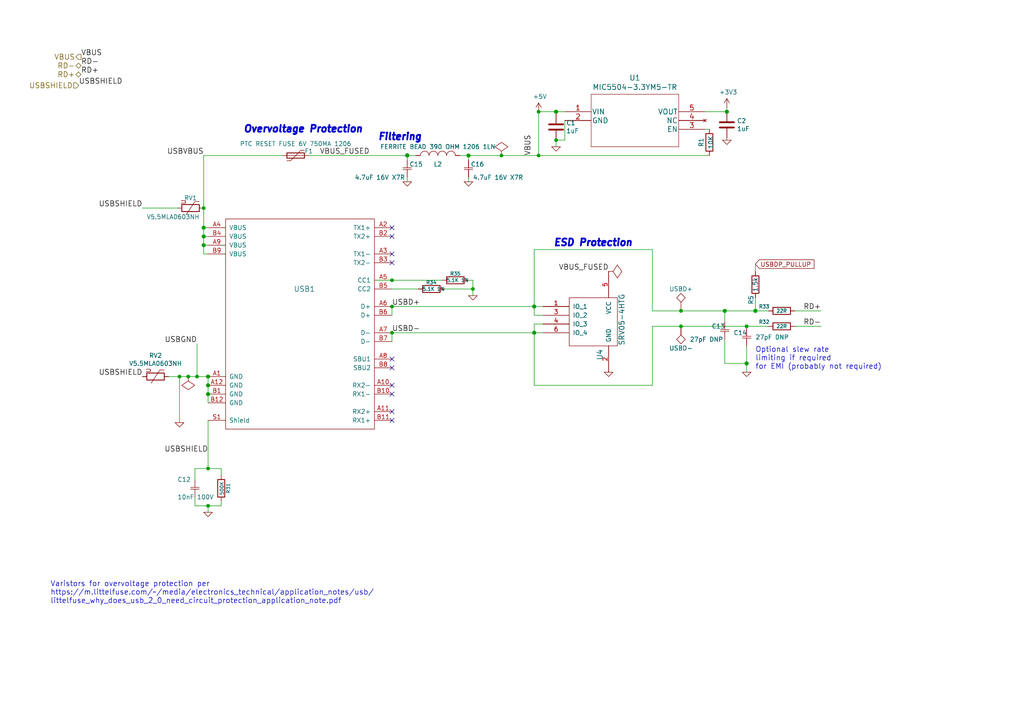
<source format=kicad_sch>
(kicad_sch (version 20211123) (generator eeschema)
  (paper "A4")
  (title_block (date "2018-09-05"))
  (junction (at 113.6904 88.9))
  (junction (at 476.25 190.5) (diameter 1.016))
  (junction (at 52.07 109.22))
  (junction (at 60.3504 135.89))
  (junction (at 197.5104 90.17))
  (junction (at 210.82 32.4104) (diameter 1.016))
  (junction (at 60.3504 109.22) (diameter 1.016))
  (junction (at 59.0804 71.12) (diameter 1.016))
  (junction (at 135.89 45.1104) (diameter 1.016))
  (junction (at 156.21 45.1104))
  (junction (at 216.5604 94.6404))
  (junction (at 60.3504 146.7104))
  (junction (at 465.4804 127) (diameter 1.016))
  (junction (at 161.29 32.4104) (diameter 1.016))
  (junction (at 60.3504 114.3) (diameter 1.016))
  (junction (at 137.16 83.82))
  (junction (at 54.61 109.22))
  (junction (at 113.6904 81.28))
  (junction (at 464.2104 42.5704) (diameter 1.016))
  (junction (at 156.21 32.4104))
  (junction (at 118.11 45.1104) (diameter 1.016))
  (junction (at 59.0804 68.58) (diameter 1.016))
  (junction (at 466.7504 42.5704) (diameter 1.016))
  (junction (at 469.2904 42.5704) (diameter 1.016))
  (junction (at 424.18 50.8))
  (junction (at 464.2104 127) (diameter 1.016))
  (junction (at 216.5604 105.41) (diameter 1.016))
  (junction (at 161.29 40.64))
  (junction (at 60.3504 111.76) (diameter 1.016))
  (junction (at 467.36 203.2) (diameter 1.016))
  (junction (at 118.11 44.958))
  (junction (at 439.42 50.8))
  (junction (at 219.1004 90.17) (diameter 1.016))
  (junction (at 154.94 88.9) (diameter 1.016))
  (junction (at 197.5104 94.6404))
  (junction (at 113.6904 96.52))
  (junction (at 468.0204 190.5) (diameter 1.016))
  (junction (at 59.0804 60.3504))
  (junction (at 466.7504 127) (diameter 1.016))
  (junction (at 210.2104 90.17) (diameter 1.016))
  (junction (at 476.25 203.2) (diameter 1.016))
  (junction (at 145.4404 45.1104))
  (junction (at 485.14 190.5) (diameter 1.016))
  (junction (at 485.14 203.2) (diameter 1.016))
  (junction (at 59.0804 66.04) (diameter 1.016))
  (junction (at 439.42 45.72) (diameter 1.016))
  (junction (at 154.94 96.52) (diameter 1.016))
  (junction (at 57.15 109.22))
  (no_connect (at 113.6904 111.76))
  (no_connect (at 113.6904 121.92))
  (no_connect (at 113.6904 104.14))
  (no_connect (at 113.6904 76.2))
  (no_connect (at 113.6904 119.38))
  (no_connect (at 113.6904 73.66))
  (no_connect (at 113.6904 114.3))
  (no_connect (at 113.6904 68.58))
  (no_connect (at 113.6904 66.04))
  (no_connect (at 113.6904 106.68))
  (wire (pts (xy 581.66 114.3) (xy 598.17 114.3)))
  (wire (pts (xy 494.03 190.5) (xy 494.03 194.31)))
  (wire (pts (xy 197.5104 90.17) (xy 210.2104 90.17)))
  (wire (pts (xy 210.2104 90.17) (xy 210.2104 93.3704)))
  (wire (pts (xy 57.15 99.7204) (xy 57.15 109.22)))
  (wire (pts (xy 205.74 37.4904) (xy 204.47 37.4904)))
  (wire (pts (xy 481.9904 119.38) (xy 490.8804 119.38)))
  (wire (pts (xy 414.02 58.42) (xy 448.9704 58.42)))
  (wire (pts (xy 154.94 96.52) (xy 154.94 93.98)))
  (wire (pts (xy 154.94 96.52) (xy 154.94 111.76)))
  (wire (pts (xy 189.23 94.6404) (xy 189.23 111.76)))
  (wire (pts (xy 189.23 111.76) (xy 154.94 111.76)))
  (wire (pts (xy 197.5104 94.6404) (xy 189.23 94.6404)))
  (wire (pts (xy 471.8304 42.5704) (xy 471.8304 48.26)))
  (wire (pts (xy 210.2104 98.4504) (xy 210.2104 105.41)))
  (wire (pts (xy 414.02 49.53) (xy 414.02 50.8)))
  (wire (pts (xy 64.1604 146.7104) (xy 64.1604 145.4404)))
  (wire (pts (xy 440.0804 109.22) (xy 448.9704 109.22)))
  (wire (pts (xy 466.7504 127) (xy 466.7504 124.46)))
  (wire (pts (xy 439.42 45.72) (xy 434.34 45.72)))
  (wire (pts (xy 448.9704 88.9) (xy 440.69 88.9)))
  (wire (pts (xy 135.89 46.3804) (xy 135.89 45.1104)))
  (wire (pts (xy 238.1504 94.6404) (xy 230.5304 94.6404)))
  (wire (pts (xy 481.9904 101.6) (xy 490.8804 101.6)))
  (wire (pts (xy 161.29 40.64) (xy 161.29 42.5704)))
  (wire (pts (xy 559.4604 27.94) (xy 571.5 27.94)))
  (wire (pts (xy 113.6904 88.9) (xy 154.94 88.9)))
  (wire (pts (xy 216.5604 95.25) (xy 216.5604 94.6404)))
  (wire (pts (xy 59.0804 71.12) (xy 60.3504 71.12)))
  (wire (pts (xy 57.15 109.22) (xy 60.3504 109.22)))
  (wire (pts (xy 439.42 53.34) (xy 448.9704 53.34)))
  (wire (pts (xy 464.2104 48.26) (xy 464.2104 42.5704)))
  (wire (pts (xy 429.26 45.72) (xy 424.18 45.72)))
  (wire (pts (xy 476.25 190.5) (xy 485.14 190.5)))
  (wire (pts (xy 210.82 40.64) (xy 210.82 40.0304)))
  (wire (pts (xy 481.9904 93.98) (xy 490.8804 93.98)))
  (wire (pts (xy 424.18 45.72) (xy 424.18 50.8)))
  (wire (pts (xy 424.18 50.8) (xy 424.18 53.34)))
  (wire (pts (xy 219.1004 78.74) (xy 219.1004 76.6064)))
  (wire (pts (xy 494.03 203.2) (xy 494.03 199.39)))
  (wire (pts (xy 481.9904 83.82) (xy 490.8804 83.82)))
  (polyline (pts (xy 443.8904 185.42) (xy 365.1504 185.42)) (stroke (width 0) (type dash)))
  (wire (pts (xy 465.4804 127) (xy 465.4804 130.2004)))
  (wire (pts (xy 481.9904 114.3) (xy 495.3 114.3)))
  (wire (pts (xy 135.89 51.4604) (xy 135.89 52.7304)))
  (wire (pts (xy 448.9704 119.38) (xy 440.69 119.38)))
  (wire (pts (xy 461.6704 127) (xy 464.2104 127)))
  (polyline (pts (xy 365.1504 185.42) (xy 365.1504 200.66)) (stroke (width 0) (type dash)))
  (wire (pts (xy 108.6104 81.28) (xy 113.6904 81.28)))
  (wire (pts (xy 128.9304 83.82) (xy 137.16 83.82)))
  (wire (pts (xy 430.53 86.36) (xy 432.4604 86.36)))
  (wire (pts (xy 485.14 190.5) (xy 485.14 194.31)))
  (wire (pts (xy 481.9904 96.52) (xy 490.8804 96.52)))
  (wire (pts (xy 56.5404 135.89) (xy 60.3504 135.89)))
  (wire (pts (xy 135.89 81.28) (xy 137.16 81.28)))
  (wire (pts (xy 481.9904 88.9) (xy 490.8804 88.9)))
  (wire (pts (xy 163.83 40.64) (xy 161.29 40.64)))
  (wire (pts (xy 467.36 190.5) (xy 467.36 194.31)))
  (wire (pts (xy 137.16 81.28) (xy 137.16 83.82)))
  (wire (pts (xy 137.16 83.82) (xy 137.16 85.7504)))
  (wire (pts (xy 60.3504 146.7104) (xy 60.3504 148.59)))
  (wire (pts (xy 56.5404 146.7104) (xy 60.3504 146.7104)))
  (wire (pts (xy 204.47 32.4104) (xy 210.82 32.4104)))
  (wire (pts (xy 113.6904 81.28) (xy 128.27 81.28)))
  (wire (pts (xy 448.9704 81.28) (xy 440.69 81.28)))
  (wire (pts (xy 163.83 34.9504) (xy 163.83 40.64)))
  (wire (pts (xy 113.6904 99.06) (xy 113.6904 96.52)))
  (wire (pts (xy 532.7904 27.94) (xy 544.2204 27.94)))
  (wire (pts (xy 161.29 32.4104) (xy 163.83 32.4104)))
  (wire (pts (xy 189.23 90.17) (xy 189.23 72.39)))
  (wire (pts (xy 189.23 72.39) (xy 154.94 72.39)))
  (wire (pts (xy 154.94 72.39) (xy 154.94 88.9)))
  (wire (pts (xy 197.5104 90.17) (xy 189.23 90.17)))
  (wire (pts (xy 485.14 203.2) (xy 494.03 203.2)))
  (wire (pts (xy 490.22 111.76) (xy 481.9904 111.76)))
  (wire (pts (xy 464.2104 127) (xy 465.4804 127)))
  (wire (pts (xy 60.3504 111.76) (xy 60.3504 114.3)))
  (wire (pts (xy 154.94 91.44) (xy 154.94 88.9)))
  (wire (pts (xy 60.3504 109.22) (xy 60.3504 111.76)))
  (wire (pts (xy 59.0804 45.1104) (xy 81.9404 45.1104)))
  (wire (pts (xy 216.5604 105.41) (xy 210.2104 105.41)))
  (wire (pts (xy 439.42 43.18) (xy 439.42 45.72)))
  (wire (pts (xy 145.4404 45.1104) (xy 156.21 45.1104)))
  (wire (pts (xy 230.5304 90.17) (xy 238.1504 90.17)))
  (wire (pts (xy 157.48 91.44) (xy 154.94 91.44)))
  (wire (pts (xy 59.0804 71.12) (xy 59.0804 73.66)))
  (wire (pts (xy 448.9704 99.06) (xy 440.69 99.06)))
  (wire (pts (xy 476.25 190.5) (xy 476.25 194.31)))
  (wire (pts (xy 59.0804 66.04) (xy 59.0804 68.58)))
  (wire (pts (xy 490.22 109.22) (xy 481.9904 109.22)))
  (wire (pts (xy 461.6704 127) (xy 461.6704 124.46)))
  (wire (pts (xy 469.2904 127) (xy 469.2904 124.46)))
  (wire (pts (xy 156.21 32.4104) (xy 161.29 32.4104)))
  (wire (pts (xy 133.35 45.1104) (xy 135.89 45.1104)))
  (wire (pts (xy 440.0804 114.3) (xy 448.9704 114.3)))
  (wire (pts (xy 440.0804 93.98) (xy 448.9704 93.98)))
  (wire (pts (xy 469.2904 42.5704) (xy 471.8304 42.5704)))
  (polyline (pts (xy 365.1504 200.66) (xy 443.8904 200.66)) (stroke (width 0) (type dash)))
  (wire (pts (xy 467.36 203.2) (xy 476.25 203.2)))
  (wire (pts (xy 481.9904 99.06) (xy 490.8804 99.06)))
  (wire (pts (xy 448.9704 96.52) (xy 440.69 96.52)))
  (wire (pts (xy 448.9704 116.84) (xy 440.69 116.84)))
  (wire (pts (xy 59.0804 73.66) (xy 60.3504 73.66)))
  (wire (pts (xy 448.9704 104.14) (xy 440.0804 104.14)))
  (wire (pts (xy 60.3504 135.89) (xy 64.1604 135.89)))
  (wire (pts (xy 466.7504 42.5704) (xy 466.7504 48.26)))
  (wire (pts (xy 465.4804 127) (xy 466.7504 127)))
  (wire (pts (xy 466.7504 42.5704) (xy 464.2104 42.5704)))
  (wire (pts (xy 156.21 32.4104) (xy 156.21 45.1104)))
  (wire (pts (xy 448.9704 63.5) (xy 440.69 63.5)))
  (wire (pts (xy 481.9904 116.84) (xy 495.3 116.84)))
  (wire (pts (xy 64.1604 135.89) (xy 64.1604 137.8204)))
  (wire (pts (xy 468.0204 190.5) (xy 476.25 190.5)))
  (wire (pts (xy 118.11 45.1104) (xy 118.11 46.3804)))
  (wire (pts (xy 466.7504 127) (xy 469.2904 127)))
  (wire (pts (xy 476.25 199.39) (xy 476.25 203.2)))
  (wire (pts (xy 448.9704 101.6) (xy 440.0804 101.6)))
  (wire (pts (xy 481.9904 86.36) (xy 490.8804 86.36)))
  (wire (pts (xy 439.42 53.34) (xy 439.42 50.8)))
  (wire (pts (xy 464.2104 42.5704) (xy 461.6704 42.5704)))
  (wire (pts (xy 210.2104 90.17) (xy 219.1004 90.17)))
  (wire (pts (xy 219.1004 90.17) (xy 222.9104 90.17)))
  (wire (pts (xy 154.94 93.98) (xy 157.48 93.98)))
  (wire (pts (xy 48.9204 109.22) (xy 52.07 109.22)))
  (wire (pts (xy 464.2104 127) (xy 464.2104 124.46)))
  (wire (pts (xy 595.63 109.22) (xy 581.66 109.22)))
  (wire (pts (xy 448.9704 83.82) (xy 440.69 83.82)))
  (wire (pts (xy 56.5404 135.89) (xy 56.5404 139.0904)))
  (wire (pts (xy 118.11 52.7304) (xy 118.11 51.4604)))
  (wire (pts (xy 60.3504 114.3) (xy 60.3504 116.84)))
  (wire (pts (xy 135.89 45.1104) (xy 145.4404 45.1104)))
  (wire (pts (xy 439.42 45.72) (xy 439.42 50.8)))
  (wire (pts (xy 161.29 32.4104) (xy 161.29 33.02)))
  (wire (pts (xy 210.82 32.4104) (xy 210.82 31.1404)))
  (wire (pts (xy 408.94 45.72) (xy 408.94 48.26)))
  (wire (pts (xy 448.9704 66.04) (xy 440.69 66.04)))
  (wire (pts (xy 59.0804 66.04) (xy 60.3504 66.04)))
  (wire (pts (xy 52.07 109.22) (xy 52.07 122.5804)))
  (wire (pts (xy 154.94 96.52) (xy 157.48 96.52)))
  (wire (pts (xy 612.14 120.65) (xy 612.14 116.84)))
  (wire (pts (xy 581.66 116.84) (xy 604.52 116.84)))
  (wire (pts (xy 59.0804 60.3504) (xy 59.0804 45.1104)))
  (wire (pts (xy 59.0804 66.04) (xy 59.0804 60.3504)))
  (wire (pts (xy 60.3504 121.92) (xy 60.3504 135.89)))
  (wire (pts (xy 448.9704 73.66) (xy 440.69 73.66)))
  (wire (pts (xy 205.74 45.1104) (xy 156.21 45.1104)))
  (wire (pts (xy 56.5404 146.7104) (xy 56.5404 144.1704)))
  (wire (pts (xy 59.0804 68.58) (xy 59.0804 71.12)))
  (wire (pts (xy 467.36 190.5) (xy 468.0204 190.5)))
  (wire (pts (xy 481.9904 106.68) (xy 490.8804 106.68)))
  (wire (pts (xy 118.11 44.958) (xy 118.11 45.1104)))
  (wire (pts (xy 60.3504 68.58) (xy 59.0804 68.58)))
  (wire (pts (xy 605.79 111.76) (xy 605.79 114.3)))
  (polyline (pts (xy 443.8904 200.66) (xy 443.8904 185.42)) (stroke (width 0) (type dash)))
  (wire (pts (xy 219.1004 86.36) (xy 219.1004 90.17)))
  (wire (pts (xy 448.9704 86.36) (xy 440.0804 86.36)))
  (wire (pts (xy 121.3104 83.82) (xy 113.6904 83.82)))
  (wire (pts (xy 60.3504 146.7104) (xy 64.1604 146.7104)))
  (wire (pts (xy 481.9904 91.44) (xy 490.8804 91.44)))
  (wire (pts (xy 476.25 203.2) (xy 485.14 203.2)))
  (wire (pts (xy 216.5604 100.33) (xy 216.5604 105.41)))
  (wire (pts (xy 154.94 88.9) (xy 157.48 88.9)))
  (wire (pts (xy 113.6904 96.52) (xy 154.94 96.52)))
  (wire (pts (xy 216.5604 105.41) (xy 216.5604 107.95)))
  (wire (pts (xy 603.25 105.41) (xy 603.25 109.22)))
  (wire (pts (xy 481.9904 104.14) (xy 490.8804 104.14)))
  (wire (pts (xy 485.14 199.39) (xy 485.14 203.2)))
  (wire (pts (xy 466.7504 40.64) (xy 466.7504 42.5704)))
  (wire (pts (xy 54.61 109.22) (xy 57.15 109.22)))
  (wire (pts (xy 52.07 109.22) (xy 54.61 109.22)))
  (wire (pts (xy 440.0804 111.76) (xy 448.9704 111.76)))
  (wire (pts (xy 485.14 190.5) (xy 494.03 190.5)))
  (wire (pts (xy 448.9704 76.2) (xy 440.69 76.2)))
  (wire (pts (xy 113.6904 91.44) (xy 113.6904 88.9)))
  (wire (pts (xy 89.5604 45.1104) (xy 118.11 45.1104)))
  (wire (pts (xy 469.2904 42.5704) (xy 469.2904 48.26)))
  (wire (pts (xy 440.0804 106.68) (xy 448.9704 106.68)))
  (wire (pts (xy 41.3004 60.3504) (xy 51.4604 60.3504)))
  (wire (pts (xy 448.9704 71.12) (xy 440.69 71.12)))
  (wire (pts (xy 467.36 199.39) (xy 467.36 203.2)))
  (wire (pts (xy 197.5104 94.6404) (xy 216.5604 94.6404)))
  (wire (pts (xy 216.5604 94.6404) (xy 222.9104 94.6404)))
  (wire (pts (xy 118.11 45.1104) (xy 120.65 45.1104)))
  (wire (pts (xy 481.9904 81.28) (xy 490.8804 81.28)))
  (wire (pts (xy 467.36 203.2) (xy 467.36 205.74)))
  (wire (pts (xy 461.6704 42.5704) (xy 461.6704 48.26)))
  (wire (pts (xy 448.9704 91.44) (xy 440.69 91.44)))
  (wire (pts (xy 466.7504 42.5704) (xy 469.2904 42.5704)))
  (text "Primary Microcontroller" (at 396.9512 11.0236 0) (effects (font (size 5.0038 5.0038) (thickness 1.0008) bold italic) (justify left bottom)))
  (text "Place close to 2xVCC,\n2x AVCC pins." (at 471.17 209.55 0) (effects (font (size 1.524 1.524)) (justify left bottom)))
  (text "Filtering" (at 109.4994 40.9702 0) (effects (font (size 2 2) (thickness 1.0008) bold italic) (justify left bottom)))
  (text "For a full pin description, please refer to pgs. 38 to 40 in the datasheet: \n  https://www.gigadevice.com/datasheet/gd32f303xxxx-datasheet/\n\nHere you will find each pin definition and peripheral relation.\nNote: Most alternate/primary pin functions have been reserved." (at 367.665 198.12 0) (effects (font (size 1.27 1.27)) (justify left bottom)))
  (text "ESD Protection" (at 183.6674 71.7042 180) (effects (font (size 2 2) (thickness 1.0008) bold italic) (justify right bottom)))
  (text "Device specific\nmatrices" (at 564.515 183.515 0) (effects (font (size 2.9972 2.9972) (thickness 0.5994) bold) (justify left bottom)))
  (text "Overvoltage Protection" (at 70.485 38.735 0) (effects (font (size 2 2) (thickness 1.0008) bold italic) (justify left bottom)))
  (text "Optional slew rate\nlimiting if required\nfor EMI (probably not required)" (at 219.075 107.315 0) (effects (font (size 1.524 1.524)) (justify left bottom)))
  (text "Used for programming bootloader\nbut can still be used as GPIO." (at 427.99 88.265 0) (effects (font (size 1.524 1.524)) (justify right bottom)))
  (text "Varistors for overvoltage protection per\nhttps://m.littelfuse.com/~/media/electronics_technical/application_notes/usb/\nlittelfuse_why_does_usb_2_0_need_circuit_protection_application_note.pdf" (at 14.605 175.26 0) (effects (font (size 1.524 1.524)) (justify left bottom)))
  (text "Wire 0,0 to the main MCU so we can\nuse it to force reprogramming" (at 431.165 120.015 0) (effects (font (size 1.524 1.524)) (justify right bottom)))
  (label "PA8" (at 481.9904 101.6 0))
  (label "~JTRST~" (at 584.2 109.22 0))
  (label "VBUS_FUSED" (at 92.71 45.1104 0) (effects (font (size 1.524 1.524))))
  (label "JTCLK{slash}SWCLK" (at 585.47 116.84 0))
  (label "PB8" (at 448.9704 101.6 180))
  (label "RD+" (at 23.5204 21.59 0) (effects (font (size 1.524 1.524))))
  (label "JTMS{slash}SWDIO" (at 495.3 114.3 180))
  (label "USBVBUS" (at 59.0804 45.1104 180) (effects (font (size 1.524 1.524))))
  (label "JTCLK{slash}SWCLK" (at 495.3 116.84 180))
  (label "JTMS{slash}SWDIO" (at 585.47 114.3 0))
  (label "PB2" (at 448.9704 86.36 180))
  (label "VBUS" (at 23.5204 16.51 0) (effects (font (size 1.524 1.524))))
  (label "USBD+" (at 113.6904 88.9 0) (effects (font (size 1.524 1.524))))
  (label "PB9" (at 448.9704 104.14 180))
  (label "USBGND" (at 57.15 99.7204 180) (effects (font (size 1.524 1.524))))
  (label "PB13" (at 448.9704 114.3 180))
  (label "BOOT0" (at 440.69 58.42 0))
  (label "USBSHIELD" (at 41.3004 109.22 180) (effects (font (size 1.524 1.524))))
  (label "PB10" (at 448.9704 106.68 180))
  (label "USBD-" (at 113.6904 96.52 0) (effects (font (size 1.524 1.524))))
  (label "RD-" (at 238.1504 94.6404 180) (effects (font (size 1.524 1.524))))
  (label "PB12" (at 448.9704 111.76 180))
  (label "RD+" (at 238.1504 90.17 180) (effects (font (size 1.524 1.524))))
  (label "USBSHIELD" (at 60.3504 131.4704 180) (effects (font (size 1.524 1.524))))
  (label "VBUS_FUSED" (at 176.53 78.74 180) (effects (font (size 1.524 1.524))))
  (label "PB11" (at 448.9704 109.22 180))
  (label "USBSHIELD" (at 22.86 24.7904 0) (effects (font (size 1.524 1.524))))
  (label "JTDI" (at 490.8804 119.38 180))
  (label "JTDO" (at 440.69 88.9 0))
  (label "~JTRST~" (at 440.69 91.44 0))
  (label "RESET_MCU" (at 440.69 53.34 0) (effects (font (size 0.9906 0.9906))))
  (label "RD-" (at 23.5204 19.05 0) (effects (font (size 1.524 1.524))))
  (label "USBSHIELD" (at 41.3004 60.3504 180) (effects (font (size 1.524 1.524))))
  (label "PB5" (at 448.9704 93.98 180))
  (label "VBUS" (at 154.3304 45.1104 90) (effects (font (size 1.524 1.524))))
  (label "MOSI" (at 509.9304 27.94 180) (effects (font (size 1.524 1.524))))
  (global_label "ROW1" (shape bidirectional) (at 440.69 116.84 180) (property "Intersheet References" "${INTERSHEET_REFS}" (effects hide)))
  (global_label "ROW2" (shape bidirectional) (at 440.0804 114.3 180) (property "Intersheet References" "${INTERSHEET_REFS}" (effects hide)))
  (global_label "ROW4" (shape bidirectional) (at 440.0804 109.22 180) (property "Intersheet References" "${INTERSHEET_REFS}" (effects hide)))
  (global_label "COL7" (shape bidirectional) (at 490.8804 86.36 0) (property "Intersheet References" "${INTERSHEET_REFS}" (effects hide)))
  (global_label "COL0" (shape bidirectional) (at 440.69 83.82 180) (property "Intersheet References" "${INTERSHEET_REFS}" (effects hide)))
  (global_label "COL11" (shape bidirectional) (at 440.69 63.5 180) (property "Intersheet References" "${INTERSHEET_REFS}" (effects hide)))
  (global_label "ROW5" (shape bidirectional) (at 440.0804 106.68 180) (property "Intersheet References" "${INTERSHEET_REFS}" (effects hide)))
  (global_label "COL8" (shape bidirectional) (at 490.8804 83.82 0) (property "Intersheet References" "${INTERSHEET_REFS}" (effects hide)))
  (global_label "COL6" (shape bidirectional) (at 490.8804 88.9 0) (property "Intersheet References" "${INTERSHEET_REFS}" (effects hide)))
  (global_label "ROW0" (shape bidirectional) (at 440.69 119.38 180) (property "Intersheet References" "${INTERSHEET_REFS}" (effects hide)))
  (global_label "USBDP_PULLUP" (shape input) (at 490.8804 101.6 0) (effects (font (size 1.524 1.524))) (property "Intersheet References" "${INTERSHEET_REFS}" (effects hide)))
  (global_label "COL2" (shape bidirectional) (at 490.8804 99.06 0) (property "Intersheet References" "${INTERSHEET_REFS}" (effects hide)))
  (global_label "COL4" (shape bidirectional) (at 490.8804 93.98 0) (property "Intersheet References" "${INTERSHEET_REFS}" (effects hide)))
  (global_label "COL12" (shape bidirectional) (at 440.69 76.2 180) (property "Intersheet References" "${INTERSHEET_REFS}" (effects hide)))
  (global_label "COL13" (shape bidirectional) (at 440.69 73.66 180) (property "Intersheet References" "${INTERSHEET_REFS}" (effects hide)))
  (global_label "COL16" (shape bidirectional) (at 490.8804 106.68 0) (property "Intersheet References" "${INTERSHEET_REFS}" (effects hide)))
  (global_label "COL9" (shape bidirectional) (at 490.8804 81.28 0) (property "Intersheet References" "${INTERSHEET_REFS}" (effects hide)))
  (global_label "COL17" (shape bidirectional) (at 440.0804 101.6 180) (property "Intersheet References" "${INTERSHEET_REFS}" (effects hide)))
  (global_label "COL20" (shape bidirectional) (at 440.0804 93.98 180) (property "Intersheet References" "${INTERSHEET_REFS}" (effects hide)))
  (global_label "COL10" (shape bidirectional) (at 440.69 66.04 180) (property "Intersheet References" "${INTERSHEET_REFS}" (effects hide)))
  (global_label "COL19" (shape bidirectional) (at 440.69 96.52 180) (property "Intersheet References" "${INTERSHEET_REFS}" (effects hide)))
  (global_label "COL5" (shape bidirectional) (at 490.8804 91.44 0) (property "Intersheet References" "${INTERSHEET_REFS}" (effects hide)))
  (global_label "COL14" (shape bidirectional) (at 440.69 71.12 180) (property "Intersheet References" "${INTERSHEET_REFS}" (effects hide)))
  (global_label "COL15" (shape bidirectional) (at 490.8804 104.14 0) (property "Intersheet References" "${INTERSHEET_REFS}" (effects hide)))
  (global_label "ROW3" (shape bidirectional) (at 440.0804 111.76 180) (property "Intersheet References" "${INTERSHEET_REFS}" (effects hide)))
  (global_label "COL18" (shape bidirectional) (at 440.69 99.06 180) (property "Intersheet References" "${INTERSHEET_REFS}" (effects hide)))
  (global_label "COL21" (shape bidirectional) (at 440.0804 104.14 180) (property "Intersheet References" "${INTERSHEET_REFS}" (effects hide)))
  (global_label "COL3" (shape bidirectional) (at 490.8804 96.52 0) (property "Intersheet References" "${INTERSHEET_REFS}" (effects hide)))
  (global_label "COL1" (shape bidirectional) (at 440.69 81.28 180) (property "Intersheet References" "${INTERSHEET_REFS}" (effects hide)))
  (global_label "USBDP_PULLUP" (shape input) (at 219.1004 76.6064 0) (property "Intersheet References" "${INTERSHEET_REFS}" (effects hide)))
  (hierarchical_label "RD-" (shape bidirectional) (at 23.5204 19.05 180) (effects (font (size 1.524 1.524))))
  (hierarchical_label "RD+" (shape bidirectional) (at 23.5204 21.59 180) (effects (font (size 1.524 1.524))))
  (hierarchical_label "VBUS" (shape output) (at 23.5204 16.51 180) (effects (font (size 1.524 1.524))))
  (hierarchical_label "RD-" (shape bidirectional) (at 490.22 109.22 0) (effects (font (size 1.524 1.524))))
  (hierarchical_label "USBSHIELD" (shape input) (at 22.86 24.7904 180) (effects (font (size 1.524 1.524))))
  (hierarchical_label "RD+" (shape bidirectional) (at 490.22 111.76 0) (effects (font (size 1.524 1.524))))
  (symbol (lib_id "model100-left-rescue:INDUCTOR_SMALL") (at 127 45.1104 0) (unit 1)
    (property "Reference" "L2" (at 127 47.6504 0))
    (property "Value" "FERRITE BEAD 390 OHM 1206 1LN" (at 127 42.5704 0))
    (property "Footprint" "Capacitor_SMD:C_1206_3216Metric" (effects hide))
    (property "Datasheet" "https://www.murata.com/en-us/products/productdata/8796739698718/ENFA0006.pdf" (effects hide))
    (property "DigiKey" "490-5229-2-ND" (effects hide))
    (property "Manufacturer" "Murata" (effects hide))
    (property "Description" "FERRITE CHIP 390 OHM 2000MA 1206" (effects hide))
    (property "MPN" "BLM31PG391SN1L" (effects hide))
  )
  (symbol (lib_id "model100-left-rescue:R") (at 226.7204 94.6404 90) (mirror x) (unit 1)
    (property "Reference" "R32" (at 221.6404 93.3704 90) (effects (font (size 1.016 1.016))))
    (property "Value" "22R" (at 226.7204 94.6404 90) (effects (font (size 1.016 1.016))))
    (property "Footprint" "Resistor_SMD:R_0603_1608Metric" (effects hide))
    (property "Datasheet" "http://www.yageo.com/NewPortal/yageodocoutput?fileName=/pdf/R-Chip/PYu-RC_Group_51_RoHS_L_3.pdf" (effects hide))
    (property "DigiKey" "311-22.0HRTR-ND" (effects hide))
    (property "MPN" "RC0603FR-0722RL" (effects hide))
    (property "Manufacturer" "Yaego" (effects hide))
    (property "Description" "RES SMD 22 OHM 1% 1/10W 0603" (effects hide))
  )
  (symbol (lib_id "model100-left-rescue:R") (at 226.7204 90.17 90) (mirror x) (unit 1)
    (property "Reference" "R33" (at 221.6404 88.9 90) (effects (font (size 1.016 1.016))))
    (property "Value" "22R" (at 226.7204 90.17 90) (effects (font (size 1.016 1.016))))
    (property "Footprint" "Resistor_SMD:R_0603_1608Metric" (effects hide))
    (property "Datasheet" "http://www.yageo.com/NewPortal/yageodocoutput?fileName=/pdf/R-Chip/PYu-RC_Group_51_RoHS_L_3.pdf" (effects hide))
    (property "Description" "RES SMD 22 OHM 1% 1/10W 0603" (effects hide))
    (property "Manufacturer" "Yaego" (effects hide))
    (property "MPN" "RC0603FR-0722RL" (effects hide))
    (property "DigiKey" "311-22.0HRTR-ND" (effects hide))
  )
  (symbol (lib_id "model100-left-rescue:Type-C_midmount") (at 88.2904 88.9 0) (unit 1)
    (property "Reference" "USB1" (at 88.2904 83.82 0) (effects (font (size 1.524 1.524))))
    (property "Value" "USB - C USB 3.1 (USB 3.1 Gen 2, Superspeed+) Receptacle Connector 24 Position Surface Mount, Right Angle" (effects hide))
    (property "Footprint" "Connector_USB:USB_C_Receptacle_HRO_TYPE-C-31-M-12" (effects hide))
    (property "Description" "CONN RCP USB2 TYPEC 10P SMD RA" (effects hide))
  )
  (symbol (lib_id "model100-left-rescue:GND") (at 52.07 122.5804 0) (unit 1)
    (property "Reference" "#PWR024" (effects hide))
    (property "Value" "GND" (effects hide))
  )
  (symbol (lib_id "test-point:TST") (at 197.5104 94.6404 0) (mirror x) (unit 1)
    (property "Reference" "T2" (effects hide))
    (property "Value" "USBD-" (at 197.5104 100.9904 0))
    (property "Footprint" "Keyboardio:Labeled_TestPoint_Pad_2mm" (effects hide))
  )
  (symbol (lib_id "test-point:TST") (at 197.5104 90.17 0) (mirror y) (unit 1)
    (property "Reference" "T3" (effects hide))
    (property "Value" "USBD+" (at 197.5104 83.82 0))
    (property "Footprint" "Keyboardio:Labeled_TestPoint_Pad_2mm" (effects hide))
  )
  (symbol (lib_id "model100-left-rescue:GND") (at 118.11 52.7304 0) (unit 1)
    (property "Reference" "#PWR029" (effects hide))
    (property "Value" "GND" (effects hide))
  )
  (symbol (lib_id "model100-left-rescue:GND") (at 135.89 52.7304 0) (unit 1)
    (property "Reference" "#PWR030" (effects hide))
    (property "Value" "GND" (effects hide))
  )
  (symbol (lib_id "model100-left-rescue:R") (at 125.1204 83.82 90) (unit 1)
    (property "Reference" "R34" (at 125.1204 81.915 90) (effects (font (size 1.016 1.016))))
    (property "Value" "5.1K 1%" (at 125.7554 83.82 90) (effects (font (size 1.016 1.016))))
    (property "Footprint" "Resistor_SMD:R_0603_1608Metric" (effects hide))
    (property "Description" "RES SMD 5.1K OHM 1% 1/10W 0603" (effects hide))
    (property "DigiKey" "311-5.10KHRCT-ND" (effects hide))
    (property "MPN" "RC0603FR-075K1L" (effects hide))
    (property "Manufacturer" "Yaego" (effects hide))
  )
  (symbol (lib_id "model100-left-rescue:R") (at 132.08 81.28 90) (unit 1)
    (property "Reference" "R35" (at 132.08 79.375 90) (effects (font (size 1.016 1.016))))
    (property "Value" "5.1K 1%" (at 132.715 81.28 90) (effects (font (size 1.016 1.016))))
    (property "Footprint" "Resistor_SMD:R_0603_1608Metric" (effects hide))
    (property "Description" "RES SMD 5.1K OHM 1% 1/10W 0603" (effects hide))
    (property "DigiKey" "311-5.10KHRCT-ND" (effects hide))
    (property "MPN" "RC0603FR-075K1L" (effects hide))
    (property "Manufacturer" "Yaego" (effects hide))
  )
  (symbol (lib_id "model100-left-rescue:GND") (at 137.16 85.7504 0) (unit 1)
    (property "Reference" "#PWR027" (effects hide))
    (property "Value" "GND" (effects hide))
  )
  (symbol (lib_id "model100-left-rescue:GND") (at 60.3504 148.59 0) (unit 1)
    (property "Reference" "#PWR025" (effects hide))
    (property "Value" "GND" (effects hide))
  )
  (symbol (lib_id "model100-left-rescue:R") (at 64.1604 141.6304 0) (unit 1)
    (property "Reference" "R31" (at 66.1924 141.6304 90) (effects (font (size 1.016 1.016))))
    (property "Value" "500K" (at 64.3382 141.605 90) (effects (font (size 1.016 1.016))))
    (property "Footprint" "Resistor_SMD:R_0603_1608Metric" (effects hide))
    (property "Description" "RES SMD 499K OHM 1% 1/10W 0603" (effects hide))
    (property "DigiKey" "P499KHTR-ND" (effects hide))
    (property "MPN" "ERJ-3EKF4993V" (effects hide))
    (property "Manufacturer" "Panasonic" (effects hide))
  )
  (symbol (lib_id "model100-left-rescue:CSMALL") (at 56.5404 141.6304 0) (unit 1)
    (property "Reference" "C12" (at 51.4604 139.0904 0) (effects (justify left)))
    (property "Value" "10nF 100V" (at 51.4604 144.1704 0) (effects (justify left)))
    (property "Footprint" "Capacitor_SMD:C_0805_2012Metric" (effects hide))
    (property "Datasheet" "http://www.samsungsem.com/kr/front/downloadcms.do?path=/kr/support/product-search/mlcc/__icsFiles/afieldfile/2014/11/05&fileName=C_CL21B103KCANNNC.pdf" (effects hide))
    (property "DigiKey" "490-5824-1-ND" (effects hide))
    (property "MPN" "GCJ216R72A103KA01D" (effects hide))
    (property "Manufacturer" "Murata" (effects hide))
    (property "Description" "CAP CER 10000PF 100V X7R 0805" (effects hide))
  )
  (symbol (lib_id "model100-left-rescue:PWR_FLAG") (at 145.4404 45.1104 0) (unit 1)
    (property "Reference" "#FLG04" (effects hide))
    (property "Value" "PWR_FLAG" (effects hide))
  )
  (symbol (lib_id "model100-left-rescue:CSMALL") (at 135.89 48.9204 0) (unit 1)
    (property "Reference" "C16" (at 136.525 47.6504 0) (effects (justify left)))
    (property "Value" "4.7uF 16V X7R" (at 137.16 51.4604 0) (effects (justify left)))
    (property "Footprint" "Capacitor_SMD:C_1210_3225Metric" (effects hide))
    (property "Datasheet" "http://www.samsungsem.com/kr/front/downloadcms.do?path=/kr/support/product-search/mlcc/__icsFiles/afieldfile/2014/11/05&fileName=C_CL32B475KOINNNE.pdf" (effects hide))
    (property "DigiKey" "399-8238-1-ND" (effects hide))
    (property "MPN" "C1210C475K4RACTU" (effects hide))
    (property "Manufacturer" "Kemet" (effects hide))
    (property "Description" "CAP CER 4.7UF 16V X7R 1210" (effects hide))
  )
  (symbol (lib_id "model100-left-rescue:CSMALL") (at 118.11 48.9204 0) (unit 1)
    (property "Reference" "C15" (at 118.745 47.6504 0) (effects (justify left)))
    (property "Value" "4.7uF 16V X7R" (at 102.87 51.4604 0) (effects (justify left)))
    (property "Footprint" "Capacitor_SMD:C_1210_3225Metric" (effects hide))
    (property "Datasheet" "http://www.samsungsem.com/kr/front/downloadcms.do?path=/kr/support/product-search/mlcc/__icsFiles/afieldfile/2014/11/05&fileName=C_CL32B475KOINNNE.pdf" (effects hide))
    (property "DigiKey" "399-8238-1-ND" (effects hide))
    (property "MPN" "C1210C475K4RACTU" (effects hide))
    (property "Manufacturer" "Kemet" (effects hide))
    (property "Description" "CAP CER 4.7UF 16V X7R 1210" (effects hide))
  )
  (symbol (lib_id "model100-left-rescue:PWR_FLAG") (at 54.61 109.22 180) (unit 1)
    (property "Reference" "#FLG02" (effects hide))
    (property "Value" "PWR_FLAG" (effects hide))
  )
  (symbol (lib_id "model100-left-rescue:SRV05") (at 176.53 92.71 0) (unit 1)
    (property "Reference" "U4" (at 173.99 102.87 90) (effects (font (size 1.524 1.524))))
    (property "Value" "SRV05-4HTG" (at 180.34 92.71 90) (effects (font (size 1.524 1.524))))
    (property "Footprint" "Package_TO_SOT_SMD:SOT-23-6" (effects hide))
    (property "Datasheet" "http://www.littelfuse.com/~/media/electronics/datasheets/tvs_diode_arrays/littelfuse_tvs_diode_array_srv05_datasheet.pdf" (effects hide))
    (property "DigiKey" "F4204TR-ND" (effects hide))
    (property "MPN" "SRV05-4HTG" (effects hide))
    (property "Manufacturer" "Littelfuse" (effects hide))
    (property "Description" "15V Clamp 10A (8/20µs) Ipp Tvs Diode Surface Mount SOT-23-6" (effects hide))
  )
  (symbol (lib_id "model100-left-rescue:GND") (at 176.53 107.95 0) (unit 1)
    (property "Reference" "#PWR028" (effects hide))
    (property "Value" "GND" (effects hide))
  )
  (symbol (lib_id "model100-left-rescue:CSMALL") (at 216.5604 97.79 0) (unit 1)
    (property "Reference" "C14" (at 212.7504 96.52 0) (effects (justify left)))
    (property "Value" "27pF DNP" (at 219.1004 97.79 0) (effects (justify left)))
    (property "Footprint" "Capacitor_SMD:C_0603_1608Metric" (effects hide))
    (property "Description" "CAP CER 27PF 50V NP0 0603" (effects hide))
    (property "DigiKey" "490-1413-1-ND" (effects hide))
    (property "MPN" "GRM1885C1H270JA01D" (effects hide))
    (property "Manufacturer" "Murata" (effects hide))
    (property "Config" "DNP" (effects hide))
  )
  (symbol (lib_id "model100-left-rescue:CSMALL") (at 210.2104 95.9104 0) (unit 1)
    (property "Reference" "C13" (at 206.4004 94.6404 0) (effects (justify left)))
    (property "Value" "27pF DNP" (at 200.0504 98.4504 0) (effects (justify left)))
    (property "Footprint" "Capacitor_SMD:C_0603_1608Metric" (effects hide))
    (property "Description" "CAP CER 27PF 50V NP0 0603" (effects hide))
    (property "MPN" "GRM1885C1H270JA01D" (effects hide))
    (property "DigiKey" "490-1413-1-ND" (effects hide))
    (property "Manufacturer" "Murata" (effects hide))
    (property "Config" "DNP" (effects hide))
  )
  (symbol (lib_id "model100-left-rescue:GND") (at 216.5604 107.95 0) (unit 1)
    (property "Reference" "#PWR026" (effects hide))
    (property "Value" "GND" (effects hide))
  )
  (symbol (lib_id "Device:Varistor") (at 55.2704 60.3504 270) (unit 1)
    (property "Reference" "RV1" (at 55.2704 57.4294 90))
    (property "Value" "V5.5MLA0603NH" (at 50.1904 62.9158 90))
    (property "Footprint" "Resistor_SMD:R_0603_1608Metric" (effects hide))
    (property "Datasheet" "https://www.littelfuse.com/~/media/electronics/datasheets/varistors/littelfuse_varistor_mla_datasheet.pdf.pdf" (effects hide))
    (property "Manufacturer" "Littelfuse" (effects hide))
    (property "Description" "VARISTOR 8.2V 30A 0603" (effects hide))
    (property "DigiKey" "F3363CT-ND" (effects hide))
    (property "MPN" "V5.5MLA0603NH" (effects hide))
  )
  (symbol (lib_id "Device:Varistor") (at 45.1104 109.22 270) (unit 1)
    (property "Reference" "RV2" (at 45.1104 103.124 90))
    (property "Value" "V5.5MLA0603NH" (at 45.1104 105.4354 90))
    (property "Footprint" "Resistor_SMD:R_0603_1608Metric" (effects hide))
    (property "Datasheet" "https://www.littelfuse.com/~/media/electronics/datasheets/varistors/littelfuse_varistor_mla_datasheet.pdf.pdf" (effects hide))
    (property "Manufacturer" "Littelfuse" (effects hide))
    (property "Description" "VARISTOR 8.2V 30A 0603" (effects hide))
    (property "DigiKey" "F3363CT-ND" (effects hide))
    (property "MPN" "V5.5MLA0603NH" (effects hide))
  )
  (symbol (lib_id "Device:Polyfuse") (at 85.7504 45.1104 270) (unit 1)
    (property "Reference" "F1" (at 89.5604 43.8404 90))
    (property "Value" "PTC RESET FUSE 6V 750MA 1206" (at 85.7504 41.7068 90))
    (property "Footprint" "Fuse:Fuse_1206_3216Metric" (effects hide))
    (property "Datasheet" "https://www.littelfuse.com/~/media/electronics/product_specifications/resettable_ptcs/littelfuse_ptc_nanosmdc075f_2_product_specification.pdf.pdf" (effects hide))
    (property "Manufacturer" "Littelfuse Inc." (effects hide))
    (property "DigiKey" "NANOSMDC075F-2TR-ND" (effects hide))
    (property "MPN" "NANOSMDC075F-2" (effects hide))
    (property "Description" "Polymeric PTC Resettable Fuse 6V 750mA Ih Surface Mount 1206 (3216 Metric), Concave" (effects hide))
  )
  (symbol (lib_id "model100-left-rescue:PWR_FLAG") (at 176.53 78.74 270) (unit 1)
    (property "Reference" "#FLG03" (effects hide))
    (property "Value" "PWR_FLAG" (effects hide))
  )
  (symbol (lib_id "modela-rescue:+5V") (at 156.21 32.4104 0) (unit 1)
    (property "Reference" "#PWR01" (effects hide))
    (property "Value" "+5V" (at 156.591 28.0162 0))
  )
  (symbol (lib_id "power:+3.3V") (at 210.82 31.1404 0) (unit 1)
    (property "Reference" "#PWR03" (effects hide))
    (property "Value" "+3.3V" (at 211.201 26.7462 0))
  )
  (symbol (lib_id "Device:R") (at 601.98 114.3 90) (unit 1)
    (property "Reference" "R7" (at 603.25 111.76 90) (effects (justify right)))
    (property "Value" "10K" (at 600.71 114.3 90) (effects (justify right)))
    (property "Footprint" "Resistor_SMD:R_0603_1608Metric" (effects hide))
    (property "Datasheet" "http://www.yageo.com/NewPortal/yageodocoutput?fileName=/pdf/R-Chip/PYu-RC_Group_51_RoHS_L_3.pdf" (effects hide))
    (property "Description" "RES SMD 10K OHM 5% 1/10W 0603" (effects hide))
    (property "DigiKey" "311-10KGRTR-ND" (effects hide))
    (property "MPN" "RC0603JR-0710KL" (effects hide))
    (property "Manufacturer" "Yaego" (effects hide))
    (property "LCSC" "C25804" (effects hide))
  )
  (symbol (lib_id "Jumper:SolderJumper_3_Bridged12") (at 414.02 45.72 0) (unit 1)
    (property "Reference" "JP1" (at 414.02 43.9928 90) (effects (justify left)))
    (property "Value" "SolderJumper_2_Open" (effects hide))
    (property "Footprint" "Jumper:SolderJumper-3_P1.3mm_Bridged12_Pad1.0x1.5mm" (effects hide))
    (property "Config" "DNP" (effects hide))
  )
  (symbol (lib_id "modela-rescue:CSMALL") (at 431.8 45.72 270) (mirror x) (unit 1)
    (property "Reference" "C9" (at 431.8 43.18 90) (effects (justify left)))
    (property "Value" "1µF ±20% 10V Ceramic Capacitor X5R 0603 (1608 Metric)" (effects hide))
    (property "Footprint" "Capacitor_SMD:C_0603_1608Metric" (effects hide))
    (property "Datasheet" "http://www.samsungsem.com/kr/front/downloadcms.do?path=/kr/support/product-search/mlcc/__icsFiles/afieldfile/2014/11/05&fileName=C_CL10A105MP8NNNC.pdf" (effects hide))
    (property "Description" "CAP CER 1UF 10V X5R 0603" (effects hide))
    (property "DigiKey" "1276-1866-1-ND" (effects hide))
    (property "Manufacturer" "Samsung" (effects hide))
    (property "MPN" "CL10A105MP8NNNC" (effects hide))
    (property "LCSC" "C15849" (effects hide))
  )
  (symbol (lib_id "Device:C") (at 210.82 36.2204 0) (unit 1)
    (property "Reference" "C2" (at 213.741 35.052 0) (effects (justify left)))
    (property "Value" "1uF" (at 213.741 37.3634 0) (effects (justify left)))
    (property "Footprint" "Capacitor_SMD:C_0603_1608Metric" (effects hide))
    (property "Datasheet" "https://datasheet.octopart.com/CL10A105MP8NNNC-Samsung-Electro-Mechanics-datasheet-8324245.pdf" (effects hide))
    (property "Description" "CAP CER 1UF 10V X5R 0603" (effects hide))
    (property "DigiKey" "1276-1866-1-ND" (effects hide))
    (property "MPN" "CL10A105MP8NNNC" (effects hide))
    (property "Manufacturer" "Samsung" (effects hide))
    (property "LCSC" "C15849" (effects hide))
  )
  (symbol (lib_id "power:+3.3V") (at 603.25 105.41 0) (unit 1)
    (property "Reference" "#PWR021" (effects hide))
    (property "Value" "+3.3V" (at 603.631 101.0158 0))
  )
  (symbol (lib_id "Power:+3V3") (at 579.12 20.32 0) (unit 1)
    (property "Reference" "#PWR022" (effects hide))
    (property "Value" "+3V3" (at 579.12 16.51 0))
  )
  (symbol (lib_id "LED:WS2812B") (at 551.8404 27.94 0) (unit 1)
    (property "Reference" "D2" (at 562.6354 26.6699 0) (effects (justify left)))
    (property "Value" "WS2812B" (at 562.6354 29.2099 0) (effects (justify left)))
    (property "Footprint" "LED_SMD:LED_WS2812B_PLCC4_5.0x5.0mm_P3.2mm" (effects hide))
    (property "Datasheet" "https://cdn-shop.adafruit.com/datasheets/WS2812B.pdf" (effects hide))
    (property "LCSC" "C2761795" (effects hide))
  )
  (symbol (lib_id "modela-rescue:GND") (at 467.36 205.74 0) (unit 1)
    (property "Reference" "#PWR011" (effects hide))
    (property "Value" "GND" (effects hide))
  )
  (symbol (lib_id "modela-rescue:R") (at 439.42 39.37 180) (unit 1)
    (property "Reference" "R6" (at 441.96 39.37 90) (effects (font (size 1.016 1.016))))
    (property "Value" "10K" (at 439.42 39.37 90) (effects (font (size 1.016 1.016))))
    (property "Footprint" "Resistor_SMD:R_0603_1608Metric" (effects hide))
    (property "Datasheet" "http://www.yageo.com/NewPortal/yageodocoutput?fileName=/pdf/R-Chip/PYu-RC_Group_51_RoHS_L_3.pdf" (effects hide))
    (property "DigiKey" "311-10KGRTR-ND" (effects hide))
    (property "Manufacturer" "Yaego" (effects hide))
    (property "MPN" "RC0603JR-0710KL" (effects hide))
    (property "Description" "RES SMD 10K OHM 5% 1/10W 0603" (effects hide))
    (property "LCSC" "C25804" (effects hide))
  )
  (symbol (lib_id "modela-rescue:GND") (at 551.8404 35.56 0) (unit 1)
    (property "Reference" "#PWR017" (effects hide))
    (property "Value" "GND" (effects hide))
  )
  (symbol (lib_id "modela-rescue:GND") (at 525.1704 35.56 0) (unit 1)
    (property "Reference" "#PWR014" (effects hide))
    (property "Value" "GND" (effects hide))
  )
  (symbol (lib_id "modela-rescue:GND") (at 465.4804 130.2004 0) (unit 1)
    (property "Reference" "#PWR09" (effects hide))
    (property "Value" "GND" (effects hide))
  )
  (symbol (lib_id "power:+3.3V") (at 419.1 45.72 0) (unit 1)
    (property "Reference" "#PWR07" (effects hide))
    (property "Value" "+3.3V" (at 419.481 41.3258 0))
  )
  (symbol (lib_id "Power:+3V3") (at 551.8404 20.32 0) (unit 1)
    (property "Reference" "#PWR016" (effects hide))
    (property "Value" "+3V3" (at 551.8404 15.875 0))
  )
  (symbol (lib_id "modela-rescue:GND") (at 424.18 53.34 0) (unit 1)
    (property "Reference" "#PWR019" (effects hide))
    (property "Value" "GND" (effects hide))
  )
  (symbol (lib_id "modela-rescue:CSMALL") (at 476.25 196.85 0) (mirror y) (unit 1)
    (property "Reference" "C6" (at 478.79 195.58 0) (effects (justify left)))
    (property "Value" "1µF ±20% 10V Ceramic Capacitor X5R 0603 (1608 Metric)" (at 472.44 203.2 90) (effects (justify left)))
    (property "Footprint" "Capacitor_SMD:C_0603_1608Metric" (effects hide))
    (property "Datasheet" "http://www.samsungsem.com/kr/front/downloadcms.do?path=/kr/support/product-search/mlcc/__icsFiles/afieldfile/2014/11/05&fileName=C_CL10A105MP8NNNC.pdf" (effects hide))
    (property "Description" "CAP CER 1UF 10V X5R 0603" (effects hide))
    (property "DigiKey" "1276-1866-1-ND" (effects hide))
    (property "Manufacturer" "Samsung" (effects hide))
    (property "MPN" "CL10A105MP8NNNC" (effects hide))
    (property "LCSC" "C15849" (effects hide))
  )
  (symbol (lib_id "modela-rescue:GND") (at 579.12 35.56 0) (unit 1)
    (property "Reference" "#PWR023" (effects hide))
    (property "Value" "GND" (effects hide))
  )
  (symbol (lib_name "C_1") (lib_id "Device:C") (at 161.29 36.83 0) (unit 1)
    (property "Reference" "C1" (at 164.211 35.6616 0) (effects (justify left)))
    (property "Value" "1uF" (at 164.211 37.973 0) (effects (justify left)))
    (property "Footprint" "Capacitor_SMD:C_0603_1608Metric" (effects hide))
    (property "Description" "CAP CER 1UF 10V X5R 0603" (effects hide))
    (property "DigiKey" "1276-1866-1-ND" (effects hide))
    (property "MPN" "CL10A105MP8NNNC" (effects hide))
    (property "Manufacturer" "Samsung" (effects hide))
    (property "LCSC" "C15849" (effects hide))
  )
  (symbol (lib_id "modela-rescue:SW_PUSH") (at 431.8 50.8 0) (mirror x) (unit 1)
    (property "Reference" "SW1" (at 431.8 55.245 0))
    (property "Value" "SW_PUSH" (at 431.8 48.26 0))
    (property "Footprint" "Button_Switch_SMD:SW_SPST_TL3342" (effects hide))
    (property "Datasheet" "https://www.e-switch.com/system/asset/product_line/data_sheet/165/TL3342.pdf" (effects hide))
    (property "DigiKey" "EG2531TR-ND" (effects hide))
    (property "Manufacturer" "E-Switch" (effects hide))
    (property "MPN" "TL3342F160QG/TR" (effects hide))
    (property "Description" "SWITCH TACTILE SPST-NO 0.05A 12V" (effects hide))
    (property "LCSC" "C318884" (effects hide))
  )
  (symbol (lib_id "modela-rescue:GND") (at 161.29 42.5704 0) (unit 1)
    (property "Reference" "#PWR02" (effects hide))
    (property "Value" "GND" (effects hide))
  )
  (symbol (lib_id "LED:WS2812B") (at 525.1704 27.94 0) (unit 1)
    (property "Reference" "D1" (at 535.9654 26.6699 0) (effects (justify left)))
    (property "Value" "WS2812B" (at 535.9654 29.2099 0) (effects (justify left)))
    (property "Footprint" "LED_SMD:LED_WS2812B_PLCC4_5.0x5.0mm_P3.2mm" (effects hide))
    (property "Datasheet" "https://cdn-shop.adafruit.com/datasheets/WS2812B.pdf" (effects hide))
    (property "LCSC" "C2761795" (effects hide))
  )
  (symbol (lib_id "Device:R") (at 205.74 41.3004 0) (unit 1)
    (property "Reference" "R1" (at 203.3778 41.3004 90))
    (property "Value" "10K" (at 206.1464 41.3004 90))
    (property "Footprint" "Resistor_SMD:R_0603_1608Metric" (effects hide))
    (property "Datasheet" "http://www.yageo.com/NewPortal/yageodocoutput?fileName=/pdf/R-Chip/PYu-RC_Group_51_RoHS_L_3.pdf" (effects hide))
    (property "Description" "RES SMD 10K OHM 5% 1/10W 0603" (effects hide))
    (property "DigiKey" "311-10KGRTR-ND" (effects hide))
    (property "MPN" "RC0603JR-0710KL" (effects hide))
    (property "Manufacturer" "Yaego" (effects hide))
    (property "LCSC" "C25804" (effects hide))
  )
  (symbol (lib_name "R_2") (lib_id "Device:R") (at 414.02 54.61 0) (unit 1)
    (property "Reference" "R9" (at 415.8488 53.3399 0) (effects (justify left)))
    (property "Value" "10K" (at 415.8488 55.8799 0) (effects (justify left)))
    (property "Footprint" "Resistor_SMD:R_0603_1608Metric" (effects hide))
  )
  (symbol (lib_id "Power:+3V3") (at 525.1704 20.32 0) (unit 1)
    (property "Reference" "#PWR013" (effects hide))
    (property "Value" "+3V3" (at 525.1704 15.875 0))
  )
  (symbol (lib_id "modela-rescue:CSMALL") (at 494.03 196.85 0) (mirror y) (unit 1)
    (property "Reference" "C8" (at 496.57 195.58 0) (effects (justify left)))
    (property "Value" "1µF ±20% 10V Ceramic Capacitor X5R 0603 (1608 Metric)" (at 490.22 203.2 90) (effects (justify left)))
    (property "Footprint" "Capacitor_SMD:C_0603_1608Metric" (effects hide))
    (property "Datasheet" "http://www.samsungsem.com/kr/front/downloadcms.do?path=/kr/support/product-search/mlcc/__icsFiles/afieldfile/2014/11/05&fileName=C_CL10A105MP8NNNC.pdf" (effects hide))
    (property "Description" "CAP CER 1UF 10V X5R 0603" (effects hide))
    (property "DigiKey" "1276-1866-1-ND" (effects hide))
    (property "Manufacturer" "Samsung" (effects hide))
    (property "MPN" "CL10A105MP8NNNC" (effects hide))
    (property "LCSC" "C15849" (effects hide))
  )
  (symbol (lib_id "modela-rescue:MIC5504-3.3YM5-TR") (at 163.83 32.4104 0) (unit 1)
    (property "Reference" "U1" (at 184.15 22.5806 0) (effects (font (size 1.524 1.524))))
    (property "Value" "MIC5504-3.3YM5-TR" (at 184.15 25.273 0) (effects (font (size 1.524 1.524))))
    (property "Footprint" "Package_TO_SOT_SMD:SOT-23-5" (effects hide))
    (property "Datasheet" "https://ww1.microchip.com/downloads/en/DeviceDoc/MIC5501-02-03-04-300mA-Single-Output-LDO-in-Small-Packages-DS20006006B.pdf" (effects hide))
    (property "Description" "IC REG LINEAR 3.3V 300MA SOT23-5" (effects hide))
    (property "DigiKey" "576-4764-2-ND" (effects hide))
    (property "MPN" "MIC5504-3.3YM5-TR" (effects hide))
    (property "Manufacturer" "Microchip" (effects hide))
    (property "LCSC" "C88419" (effects hide))
  )
  (symbol (lib_id "modela-rescue:GND") (at 210.82 40.64 0) (unit 1)
    (property "Reference" "#PWR04" (effects hide))
    (property "Value" "GND" (effects hide))
  )
  (symbol (lib_name "R_1") (lib_id "Device:R") (at 513.7404 27.94 90) (unit 1)
    (property "Reference" "R3" (at 513.7404 23.495 90))
    (property "Value" "300R" (at 513.7404 24.765 90))
    (property "Footprint" "Resistor_SMD:R_0603_1608Metric" (effects hide))
    (property "LCSC" "C137637" (effects hide))
  )
  (symbol (lib_id "power:+3.3V") (at 439.42 35.56 0) (unit 1)
    (property "Reference" "#PWR018" (effects hide))
    (property "Value" "+3.3V" (at 439.801 31.1658 0))
  )
  (symbol (lib_id "Power:+3V3") (at 581.66 111.76 270) (unit 1)
    (property "Reference" "#PWR031" (effects hide))
    (property "Value" "+3V3" (at 584.2 111.76 90) (effects (justify left)))
  )
  (symbol (lib_id "Device:R") (at 599.44 109.22 90) (unit 1)
    (property "Reference" "R8" (at 600.71 106.68 90) (effects (justify right)))
    (property "Value" "10K" (at 598.17 109.22 90) (effects (justify right)))
    (property "Footprint" "Resistor_SMD:R_0603_1608Metric" (effects hide))
    (property "Datasheet" "http://www.yageo.com/NewPortal/yageodocoutput?fileName=/pdf/R-Chip/PYu-RC_Group_51_RoHS_L_3.pdf" (effects hide))
    (property "Description" "RES SMD 10K OHM 5% 1/10W 0603" (effects hide))
    (property "DigiKey" "311-10KGRTR-ND" (effects hide))
    (property "MPN" "RC0603JR-0710KL" (effects hide))
    (property "Manufacturer" "Yaego" (effects hide))
    (property "LCSC" "C25804" (effects hide))
  )
  (symbol (lib_id "modela-rescue:CSMALL") (at 467.36 196.85 0) (mirror y) (unit 1)
    (property "Reference" "C5" (at 469.9 195.58 0) (effects (justify left)))
    (property "Value" "1µF ±20% 10V Ceramic Capacitor X5R 0603 (1608 Metric)" (at 463.55 203.2 90) (effects (justify left)))
    (property "Footprint" "Capacitor_SMD:C_0603_1608Metric" (effects hide))
    (property "Datasheet" "http://www.samsungsem.com/kr/front/downloadcms.do?path=/kr/support/product-search/mlcc/__icsFiles/afieldfile/2014/11/05&fileName=C_CL10A105MP8NNNC.pdf" (effects hide))
    (property "Description" "CAP CER 1UF 10V X5R 0603" (effects hide))
    (property "DigiKey" "1276-1866-1-ND" (effects hide))
    (property "Manufacturer" "Samsung" (effects hide))
    (property "MPN" "CL10A105MP8NNNC" (effects hide))
    (property "LCSC" "C15849" (effects hide))
  )
  (symbol (lib_id "modela-rescue:CSMALL") (at 485.14 196.85 0) (mirror y) (unit 1)
    (property "Reference" "C7" (at 487.68 195.58 0) (effects (justify left)))
    (property "Value" "1µF ±20% 10V Ceramic Capacitor X5R 0603 (1608 Metric)" (at 481.33 203.2 90) (effects (justify left)))
    (property "Footprint" "Capacitor_SMD:C_0603_1608Metric" (effects hide))
    (property "Datasheet" "http://www.samsungsem.com/kr/front/downloadcms.do?path=/kr/support/product-search/mlcc/__icsFiles/afieldfile/2014/11/05&fileName=C_CL10A105MP8NNNC.pdf" (effects hide))
    (property "Description" "CAP CER 1UF 10V X5R 0603" (effects hide))
    (property "DigiKey" "1276-1866-1-ND" (effects hide))
    (property "Manufacturer" "Samsung" (effects hide))
    (property "MPN" "CL10A105MP8NNNC" (effects hide))
    (property "LCSC" "C15849" (effects hide))
  )
  (symbol (lib_id "power:+3.3V") (at 468.0204 190.5 0) (unit 1)
    (property "Reference" "#PWR012" (effects hide))
    (property "Value" "+3.3V" (at 468.4014 186.1058 0))
  )
  (symbol (lib_id "Device:R") (at 608.33 116.84 90) (unit 1)
    (property "Reference" "R4" (at 608.33 114.3 90))
    (property "Value" "10K" (at 608.33 116.84 90))
    (property "Footprint" "Resistor_SMD:R_0603_1608Metric" (effects hide))
    (property "Datasheet" "http://www.yageo.com/NewPortal/yageodocoutput?fileName=/pdf/R-Chip/PYu-RC_Group_51_RoHS_L_3.pdf" (effects hide))
    (property "Description" "RES SMD 10K OHM 5% 1/10W 0603" (effects hide))
    (property "DigiKey" "311-10KGRTR-ND" (effects hide))
    (property "MPN" "RC0603JR-0710KL" (effects hide))
    (property "Manufacturer" "Yaego" (effects hide))
    (property "LCSC" "C25804" (effects hide))
  )
  (symbol (lib_id "Device:R") (at 436.2704 86.36 270) (unit 1)
    (property "Reference" "R2" (at 432.4604 85.725 90))
    (property "Value" "10K" (at 436.2704 86.36 90))
    (property "Footprint" "Resistor_SMD:R_0603_1608Metric" (effects hide))
    (property "Datasheet" "http://www.yageo.com/NewPortal/yageodocoutput?fileName=/pdf/R-Chip/PYu-RC_Group_51_RoHS_L_3.pdf" (effects hide))
    (property "Description" "RES SMD 10K OHM 5% 1/10W 0603" (effects hide))
    (property "DigiKey" "311-10KGRTR-ND" (effects hide))
    (property "MPN" "RC0603JR-0710KL" (effects hide))
    (property "Manufacturer" "Yaego" (effects hide))
    (property "LCSC" "C25804" (effects hide))
  )
  (symbol (lib_id "modela-rescue:GD32F303CGTx") (at 466.7504 86.36 0) (unit 1)
    (property "Reference" "U2" (at 451.5104 124.46 0) (effects (justify right)))
    (property "Value" "GD32F303CGT6" (at 451.5104 127 0) (effects (justify right)))
    (property "Footprint" "Package_QFP:LQFP-48_7x7mm_P0.5mm" (effects hide))
    (property "Datasheet" "https://www.gigadevice.com/datasheet/gd32f303xxxx-datasheet/" (effects hide))
    (property "Manufacturer" "GigaDevice" (effects hide))
    (property "MPN" "GD32F303CGT6" (effects hide))
  )
  (symbol (lib_id "LED:WS2812B") (at 579.12 27.94 0) (unit 1)
    (property "Reference" "D3" (at 589.28 26.6699 0) (effects (justify left)))
    (property "Value" "WS2812B" (at 589.28 29.2099 0) (effects (justify left)))
    (property "Footprint" "LED_SMD:LED_WS2812B_PLCC4_5.0x5.0mm_P3.2mm" (effects hide))
    (property "Datasheet" "https://cdn-shop.adafruit.com/datasheets/WS2812B.pdf" (effects hide))
    (property "LCSC" "C2761795" (effects hide))
  )
  (symbol (lib_id "modela-rescue:GND") (at 581.66 119.38 90) (unit 1)
    (property "Reference" "#PWR032" (effects hide))
    (property "Value" "GND" (effects hide))
  )
  (symbol (lib_id "modela-rescue:GND") (at 430.53 86.36 270) (unit 1)
    (property "Reference" "#PWR08" (effects hide))
    (property "Value" "GND" (effects hide))
  )
  (symbol (lib_id "Connector:Conn_01x05_Male") (at 576.58 114.3 0) (unit 1)
    (property "Reference" "J1" (at 579.2724 104.14 0))
    (property "Value" "Conn_01x05_Male" (at 576.7324 121.285 0))
    (property "Footprint" "Connector_PinHeader_2.54mm:PinHeader_1x05_P2.54mm_Vertical" (effects hide))
  )
  (symbol (lib_id "modela-rescue:GND") (at 612.14 120.65 0) (unit 1)
    (property "Reference" "#PWR015" (effects hide))
    (property "Value" "GND" (effects hide))
  )
  (symbol (lib_name "R_1") (lib_id "Device:R") (at 219.1004 82.55 0) (unit 1)
    (property "Reference" "R5" (at 217.8304 86.995 90))
    (property "Value" "1.5k" (at 219.1004 82.55 90))
    (property "Footprint" "Resistor_SMD:R_0603_1608Metric" (effects hide))
    (property "Description" "RES SMD 1.5K OHM 5% 1/10W 0603" (effects hide))
    (property "DigiKey" "311-1.5KGRTR-ND" (effects hide))
    (property "MPN" "RC0603JR-071K5L " (effects hide))
    (property "Manufacturer" "Yaego" (effects hide))
  )
  (symbol (lib_id "power:+3.3V") (at 466.7504 40.64 0) (unit 1)
    (property "Reference" "#PWR010" (effects hide))
    (property "Value" "+3.3V" (at 467.1314 36.2458 0))
  )
  (symbol (lib_id "model100-left-rescue:GND") (at 408.94 48.26 0) (unit 1)
    (property "Reference" "#PWR0101" (effects hide))
    (property "Value" "GND" (effects hide))
  )
  (symbol (lib_id "power:+3.3V") (at 605.79 111.76 0) (unit 1)
    (property "Reference" "#PWR020" (effects hide))
    (property "Value" "+3.3V" (at 607.06 107.95 0))
  )
  (sheet (at 562.61 191.77) (size 12.7 3.81)
    (property "Sheet name" "Key_Matrix" (at 562.61 191.0584 0) (effects (justify left bottom)))
    (property "Sheet file" "Key_Matrix.kicad_sch" (at 562.61 196.1646 0) (effects (justify left top)))
  )
)
</source>
